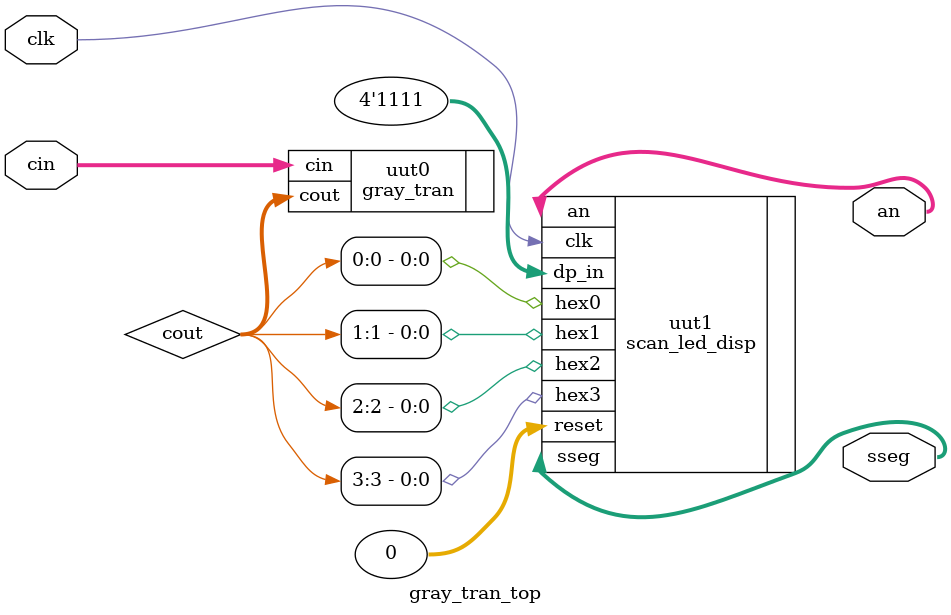
<source format=v>
module gray_tran_top(
    input clk,
    input [3:0] cin,
    output [3:0] an,
    output [7:0] sseg
);

wire [3:0] cout;
gray_tran uut0(.cin(cin),.cout(cout));
scan_led_disp uut1 (.clk(clk),.reset(0),.hex3(cout[3]),.hex2(cout[2]),.hex1(cout[1]),.hex0(cout[0]),.dp_in(4'b1111),.an(an),.sseg(sseg));

endmodule
</source>
